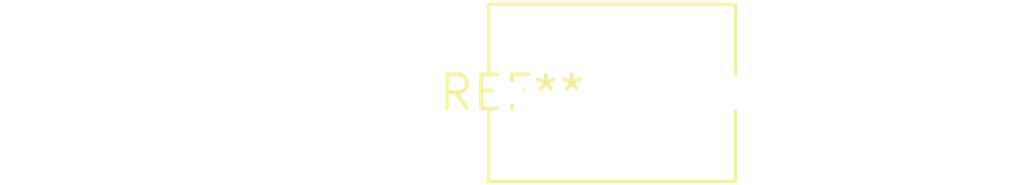
<source format=kicad_pcb>
(kicad_pcb (version 20240108) (generator pcbnew)
  (layers (0 "F.Cu" signal) (31 "B.Cu" signal) (34 "B.Paste" user) (35 "F.Paste" user) (36 "B.SilkS" user "B.Silkscreen") (37 "F.SilkS" user "F.Silkscreen") (38 "B.Mask" user) (39 "F.Mask" user) (44 "Edge.Cuts" user))
  (net 0 "")
  (footprint "C_Rect_L9.0mm_W6.4mm_P7.50mm_MKT" (layer "F.Cu") (at 0 0)
    (property "Reference" "REF**")
    (property "Value" "C_Rect_L9.0mm_W6.4mm_P7.50mm_MKT")
    (fp_line (start -0.87 -3.32) (end -0.87 -0.665) (layer "F.SilkS") (stroke (width 0.12)))
    (fp_line (start -0.87 -3.32) (end 8.37 -3.32) (layer "F.SilkS") (stroke (width 0.12)))
    (fp_line (start -0.87 0.665) (end -0.87 3.32) (layer "F.SilkS") (stroke (width 0.12)))
    (fp_line (start -0.87 3.32) (end 8.37 3.32) (layer "F.SilkS") (stroke (width 0.12)))
    (fp_line (start 8.37 -3.32) (end 8.37 -0.665) (layer "F.SilkS") (stroke (width 0.12)))
    (fp_line (start 8.37 0.665) (end 8.37 3.32) (layer "F.SilkS") (stroke (width 0.12)))
    (pad "1" thru_hole circle (at 0 0) (size 1.6 1.6) (drill 0.8) (layers *.Cu *.Mask) (remove_unused_layers))
    (pad "2" thru_hole circle (at 7.5 0) (size 1.6 1.6) (drill 0.8) (layers *.Cu *.Mask) (remove_unused_layers))
  )
)
</source>
